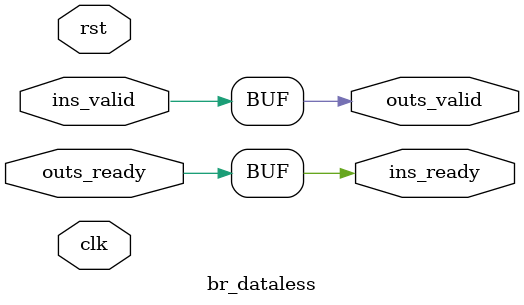
<source format=v>
module br_dataless (
	input  clk,
	input  rst,
  // Input Channel
	input  ins_valid,
  output ins_ready,
  // Output Channel
  output outs_valid,
	input  outs_ready
);

	assign outs_valid = ins_valid;
	assign ins_ready = outs_ready;

endmodule

</source>
